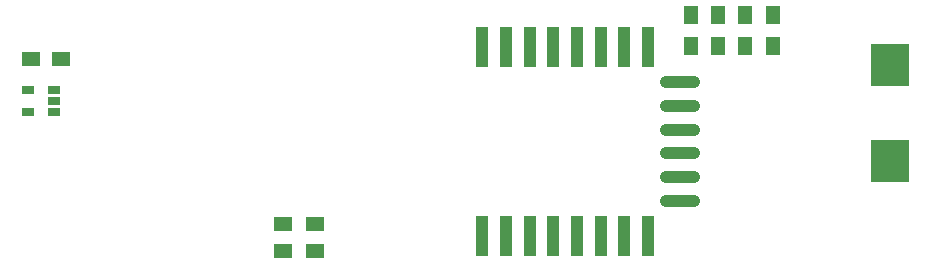
<source format=gbr>
G04 #@! TF.FileFunction,Paste,Bot*
%FSLAX46Y46*%
G04 Gerber Fmt 4.6, Leading zero omitted, Abs format (unit mm)*
G04 Created by KiCad (PCBNEW 4.0.4-stable) date 02/12/17 18:05:12*
%MOMM*%
%LPD*%
G01*
G04 APERTURE LIST*
%ADD10C,0.100000*%
%ADD11R,1.100000X3.500000*%
%ADD12O,3.400000X1.100000*%
%ADD13R,1.300000X1.500000*%
%ADD14R,1.500000X1.300000*%
%ADD15R,1.500000X1.250000*%
%ADD16R,3.200000X3.600000*%
%ADD17R,1.060000X0.650000*%
G04 APERTURE END LIST*
D10*
D11*
X169418000Y-92329000D03*
X171418000Y-92329000D03*
X173418000Y-92329000D03*
X175418000Y-92329000D03*
X177418000Y-92329000D03*
X179418000Y-92329000D03*
X181418000Y-92329000D03*
X183418000Y-92329000D03*
D12*
X186184000Y-95335000D03*
X186184000Y-97335000D03*
X186184000Y-99335000D03*
X186184000Y-101335000D03*
X186184000Y-103335000D03*
X186184000Y-105335000D03*
D11*
X183418000Y-108361000D03*
X181418000Y-108361000D03*
X179418000Y-108361000D03*
X177418000Y-108361000D03*
X175418000Y-108361000D03*
X173418000Y-108361000D03*
X171418000Y-108361000D03*
X169418000Y-108361000D03*
D13*
X194056000Y-89582000D03*
X194056000Y-92282000D03*
D14*
X152574000Y-109601000D03*
X155274000Y-109601000D03*
D15*
X133711000Y-93345000D03*
X131211000Y-93345000D03*
D16*
X203962000Y-102017000D03*
X203962000Y-93817000D03*
D13*
X187071000Y-89582000D03*
X187071000Y-92282000D03*
X189357000Y-89582000D03*
X189357000Y-92282000D03*
X191643000Y-89582000D03*
X191643000Y-92282000D03*
D14*
X155274000Y-107315000D03*
X152574000Y-107315000D03*
D17*
X133180000Y-95951000D03*
X133180000Y-96901000D03*
X133180000Y-97851000D03*
X130980000Y-97851000D03*
X130980000Y-95951000D03*
M02*

</source>
